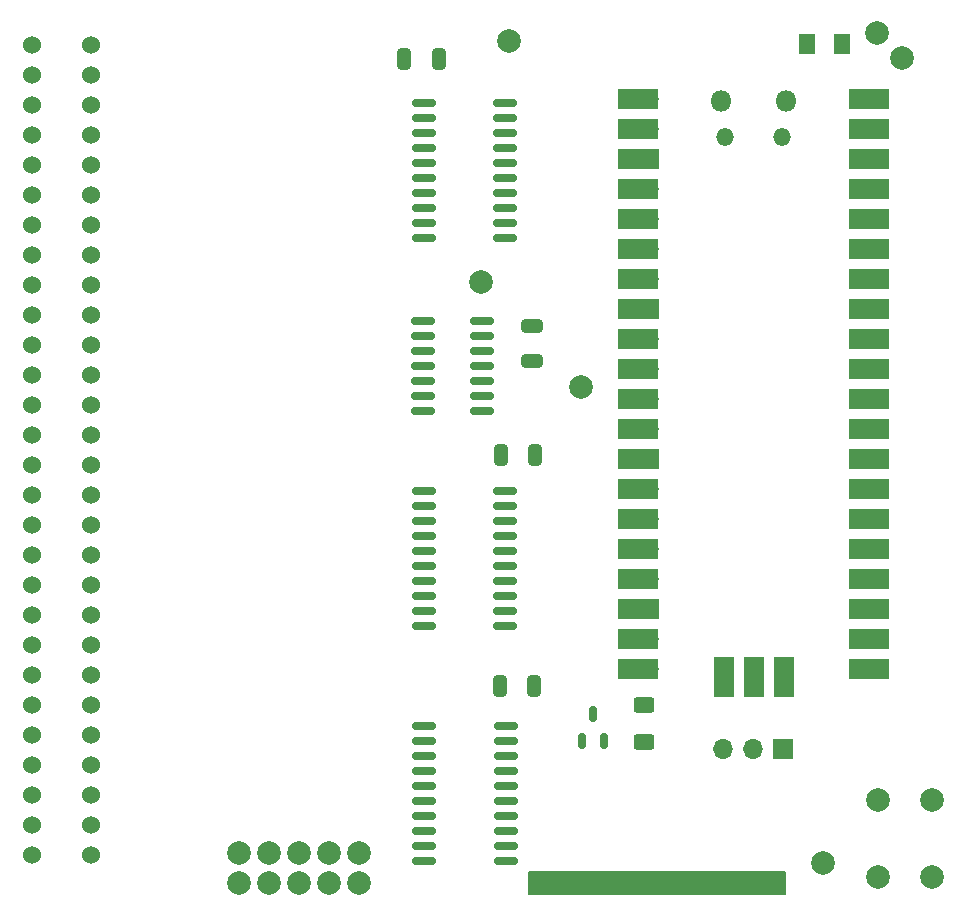
<source format=gts>
G04 #@! TF.GenerationSoftware,KiCad,Pcbnew,6.0.10-86aedd382b~118~ubuntu20.04.1*
G04 #@! TF.CreationDate,2023-01-30T13:16:45+00:00*
G04 #@! TF.ProjectId,srom,73726f6d-2e6b-4696-9361-645f70636258,rev?*
G04 #@! TF.SameCoordinates,Original*
G04 #@! TF.FileFunction,Soldermask,Top*
G04 #@! TF.FilePolarity,Negative*
%FSLAX46Y46*%
G04 Gerber Fmt 4.6, Leading zero omitted, Abs format (unit mm)*
G04 Created by KiCad (PCBNEW 6.0.10-86aedd382b~118~ubuntu20.04.1) date 2023-01-30 13:16:45*
%MOMM*%
%LPD*%
G01*
G04 APERTURE LIST*
G04 Aperture macros list*
%AMRoundRect*
0 Rectangle with rounded corners*
0 $1 Rounding radius*
0 $2 $3 $4 $5 $6 $7 $8 $9 X,Y pos of 4 corners*
0 Add a 4 corners polygon primitive as box body*
4,1,4,$2,$3,$4,$5,$6,$7,$8,$9,$2,$3,0*
0 Add four circle primitives for the rounded corners*
1,1,$1+$1,$2,$3*
1,1,$1+$1,$4,$5*
1,1,$1+$1,$6,$7*
1,1,$1+$1,$8,$9*
0 Add four rect primitives between the rounded corners*
20,1,$1+$1,$2,$3,$4,$5,0*
20,1,$1+$1,$4,$5,$6,$7,0*
20,1,$1+$1,$6,$7,$8,$9,0*
20,1,$1+$1,$8,$9,$2,$3,0*%
G04 Aperture macros list end*
%ADD10C,0.150000*%
%ADD11C,2.000000*%
%ADD12RoundRect,0.250000X-0.325000X-0.650000X0.325000X-0.650000X0.325000X0.650000X-0.325000X0.650000X0*%
%ADD13RoundRect,0.150000X-0.837500X-0.150000X0.837500X-0.150000X0.837500X0.150000X-0.837500X0.150000X0*%
%ADD14RoundRect,0.250000X-0.650000X0.325000X-0.650000X-0.325000X0.650000X-0.325000X0.650000X0.325000X0*%
%ADD15RoundRect,0.250000X0.625000X-0.400000X0.625000X0.400000X-0.625000X0.400000X-0.625000X-0.400000X0*%
%ADD16RoundRect,0.250000X0.325000X0.650000X-0.325000X0.650000X-0.325000X-0.650000X0.325000X-0.650000X0*%
%ADD17RoundRect,0.150000X-0.825000X-0.150000X0.825000X-0.150000X0.825000X0.150000X-0.825000X0.150000X0*%
%ADD18RoundRect,0.150000X0.150000X-0.512500X0.150000X0.512500X-0.150000X0.512500X-0.150000X-0.512500X0*%
%ADD19R,1.700000X1.700000*%
%ADD20O,1.700000X1.700000*%
%ADD21RoundRect,0.250001X0.462499X0.624999X-0.462499X0.624999X-0.462499X-0.624999X0.462499X-0.624999X0*%
%ADD22C,1.524000*%
%ADD23O,1.800000X1.800000*%
%ADD24O,1.500000X1.500000*%
%ADD25R,3.500000X1.700000*%
%ADD26R,1.700000X3.500000*%
G04 APERTURE END LIST*
D10*
X91930000Y-125490000D02*
X70210000Y-125490000D01*
X70210000Y-125490000D02*
X70210000Y-123570000D01*
X70210000Y-123570000D02*
X91930000Y-123570000D01*
X91930000Y-123570000D02*
X91930000Y-125490000D01*
G36*
X91930000Y-125490000D02*
G01*
X70210000Y-125490000D01*
X70210000Y-123570000D01*
X91930000Y-123570000D01*
X91930000Y-125490000D01*
G37*
D11*
X48200000Y-122000000D03*
X45660000Y-122000000D03*
D12*
X67825000Y-88340000D03*
X70775000Y-88340000D03*
D13*
X61327500Y-111205000D03*
X61327500Y-112475000D03*
X61327500Y-113745000D03*
X61327500Y-115015000D03*
X61327500Y-116285000D03*
X61327500Y-117555000D03*
X61327500Y-118825000D03*
X61327500Y-120095000D03*
X61327500Y-121365000D03*
X61327500Y-122635000D03*
X68252500Y-122635000D03*
X68252500Y-121365000D03*
X68252500Y-120095000D03*
X68252500Y-118825000D03*
X68252500Y-117555000D03*
X68252500Y-116285000D03*
X68252500Y-115015000D03*
X68252500Y-113745000D03*
X68252500Y-112475000D03*
X68252500Y-111205000D03*
X61307500Y-91385000D03*
X61307500Y-92655000D03*
X61307500Y-93925000D03*
X61307500Y-95195000D03*
X61307500Y-96465000D03*
X61307500Y-97735000D03*
X61307500Y-99005000D03*
X61307500Y-100275000D03*
X61307500Y-101545000D03*
X61307500Y-102815000D03*
X68232500Y-102815000D03*
X68232500Y-101545000D03*
X68232500Y-100275000D03*
X68232500Y-99005000D03*
X68232500Y-97735000D03*
X68232500Y-96465000D03*
X68232500Y-95195000D03*
X68232500Y-93925000D03*
X68232500Y-92655000D03*
X68232500Y-91385000D03*
D14*
X70520000Y-77385000D03*
X70520000Y-80335000D03*
D11*
X95140000Y-122840000D03*
D15*
X79940000Y-112580000D03*
X79940000Y-109480000D03*
D16*
X70685000Y-107880000D03*
X67735000Y-107880000D03*
D11*
X50740000Y-122000000D03*
D17*
X61265000Y-76990000D03*
X61265000Y-78260000D03*
X61265000Y-79530000D03*
X61265000Y-80800000D03*
X61265000Y-82070000D03*
X61265000Y-83340000D03*
X61265000Y-84610000D03*
X66215000Y-84610000D03*
X66215000Y-83340000D03*
X66215000Y-82070000D03*
X66215000Y-80800000D03*
X66215000Y-79530000D03*
X66215000Y-78260000D03*
X66215000Y-76990000D03*
D18*
X74690000Y-112527500D03*
X76590000Y-112527500D03*
X75640000Y-110252500D03*
D11*
X101770000Y-54650000D03*
D13*
X61307500Y-58505000D03*
X61307500Y-59775000D03*
X61307500Y-61045000D03*
X61307500Y-62315000D03*
X61307500Y-63585000D03*
X61307500Y-64855000D03*
X61307500Y-66125000D03*
X61307500Y-67395000D03*
X61307500Y-68665000D03*
X61307500Y-69935000D03*
X68232500Y-69935000D03*
X68232500Y-68665000D03*
X68232500Y-67395000D03*
X68232500Y-66125000D03*
X68232500Y-64855000D03*
X68232500Y-63585000D03*
X68232500Y-62315000D03*
X68232500Y-61045000D03*
X68232500Y-59775000D03*
X68232500Y-58505000D03*
D11*
X53280000Y-122000000D03*
X50740000Y-124540000D03*
X68540000Y-53260000D03*
X66140000Y-73680000D03*
X45660000Y-124540000D03*
X55820000Y-122000000D03*
X99730000Y-52600000D03*
D16*
X62595000Y-54810000D03*
X59645000Y-54810000D03*
D11*
X48200000Y-124540000D03*
D19*
X91730000Y-113165000D03*
D20*
X89190000Y-113165000D03*
X86650000Y-113165000D03*
D11*
X99810000Y-124020000D03*
X99810000Y-117520000D03*
X104310000Y-124020000D03*
X104310000Y-117520000D03*
X53280000Y-124540000D03*
X74630000Y-82520000D03*
D21*
X96717500Y-53540000D03*
X93742500Y-53540000D03*
D11*
X55820000Y-124540000D03*
D22*
X28150000Y-63740000D03*
X33150000Y-63740000D03*
X33150000Y-53580000D03*
X33150000Y-56120000D03*
X33150000Y-58660000D03*
X33150000Y-61200000D03*
X33150000Y-66280000D03*
X33150000Y-68820000D03*
X33150000Y-71360000D03*
X33150000Y-73900000D03*
X33150000Y-76440000D03*
X33150000Y-78980000D03*
X33150000Y-81520000D03*
X33150000Y-84060000D03*
X33150000Y-86600000D03*
X33150000Y-89140000D03*
X33150000Y-91680000D03*
X33150000Y-94220000D03*
X33150000Y-96760000D03*
X33150000Y-99300000D03*
X33150000Y-101840000D03*
X33150000Y-104380000D03*
X33150000Y-106920000D03*
X33150000Y-109460000D03*
X33150000Y-112000000D03*
X33150000Y-114540000D03*
X33150000Y-117080000D03*
X33150000Y-119620000D03*
X33150000Y-122160000D03*
X28150000Y-53580000D03*
X28150000Y-56120000D03*
X28150000Y-58660000D03*
X28150000Y-61200000D03*
X28150000Y-66280000D03*
X28150000Y-68820000D03*
X28150000Y-71360000D03*
X28150000Y-73900000D03*
X28150000Y-76440000D03*
X28150000Y-78980000D03*
X28150000Y-81520000D03*
X28150000Y-84060000D03*
X28150000Y-86600000D03*
X28150000Y-89140000D03*
X28150000Y-91680000D03*
X28150000Y-94220000D03*
X28150000Y-96760000D03*
X28150000Y-99300000D03*
X28150000Y-101840000D03*
X28150000Y-104380000D03*
X28150000Y-106920000D03*
X28150000Y-109460000D03*
X28150000Y-112000000D03*
X28150000Y-114540000D03*
X28150000Y-117080000D03*
X28150000Y-119620000D03*
X28150000Y-122160000D03*
D23*
X91965000Y-58320000D03*
X86515000Y-58320000D03*
D24*
X91665000Y-61350000D03*
X86815000Y-61350000D03*
D20*
X80350000Y-58190000D03*
D25*
X79450000Y-58190000D03*
D20*
X80350000Y-60730000D03*
D25*
X79450000Y-60730000D03*
D19*
X80350000Y-63270000D03*
D25*
X79450000Y-63270000D03*
D20*
X80350000Y-65810000D03*
D25*
X79450000Y-65810000D03*
X79450000Y-68350000D03*
D20*
X80350000Y-68350000D03*
X80350000Y-70890000D03*
D25*
X79450000Y-70890000D03*
X79450000Y-73430000D03*
D20*
X80350000Y-73430000D03*
D19*
X80350000Y-75970000D03*
D25*
X79450000Y-75970000D03*
X79450000Y-78510000D03*
D20*
X80350000Y-78510000D03*
D25*
X79450000Y-81050000D03*
D20*
X80350000Y-81050000D03*
D25*
X79450000Y-83590000D03*
D20*
X80350000Y-83590000D03*
D25*
X79450000Y-86130000D03*
D20*
X80350000Y-86130000D03*
D25*
X79450000Y-88670000D03*
D19*
X80350000Y-88670000D03*
D25*
X79450000Y-91210000D03*
D20*
X80350000Y-91210000D03*
D25*
X79450000Y-93750000D03*
D20*
X80350000Y-93750000D03*
D25*
X79450000Y-96290000D03*
D20*
X80350000Y-96290000D03*
X80350000Y-98830000D03*
D25*
X79450000Y-98830000D03*
X79450000Y-101370000D03*
D19*
X80350000Y-101370000D03*
D20*
X80350000Y-103910000D03*
D25*
X79450000Y-103910000D03*
D20*
X80350000Y-106450000D03*
D25*
X79450000Y-106450000D03*
X99030000Y-106450000D03*
D20*
X98130000Y-106450000D03*
X98130000Y-103910000D03*
D25*
X99030000Y-103910000D03*
D19*
X98130000Y-101370000D03*
D25*
X99030000Y-101370000D03*
X99030000Y-98830000D03*
D20*
X98130000Y-98830000D03*
X98130000Y-96290000D03*
D25*
X99030000Y-96290000D03*
D20*
X98130000Y-93750000D03*
D25*
X99030000Y-93750000D03*
X99030000Y-91210000D03*
D20*
X98130000Y-91210000D03*
D25*
X99030000Y-88670000D03*
D19*
X98130000Y-88670000D03*
D25*
X99030000Y-86130000D03*
D20*
X98130000Y-86130000D03*
X98130000Y-83590000D03*
D25*
X99030000Y-83590000D03*
D20*
X98130000Y-81050000D03*
D25*
X99030000Y-81050000D03*
X99030000Y-78510000D03*
D20*
X98130000Y-78510000D03*
D19*
X98130000Y-75970000D03*
D25*
X99030000Y-75970000D03*
X99030000Y-73430000D03*
D20*
X98130000Y-73430000D03*
D25*
X99030000Y-70890000D03*
D20*
X98130000Y-70890000D03*
D25*
X99030000Y-68350000D03*
D20*
X98130000Y-68350000D03*
D25*
X99030000Y-65810000D03*
D20*
X98130000Y-65810000D03*
D25*
X99030000Y-63270000D03*
D19*
X98130000Y-63270000D03*
D20*
X98130000Y-60730000D03*
D25*
X99030000Y-60730000D03*
D20*
X98130000Y-58190000D03*
D25*
X99030000Y-58190000D03*
D26*
X86700000Y-107120000D03*
D20*
X86700000Y-106220000D03*
D19*
X89240000Y-106220000D03*
D26*
X89240000Y-107120000D03*
X91780000Y-107120000D03*
D20*
X91780000Y-106220000D03*
M02*

</source>
